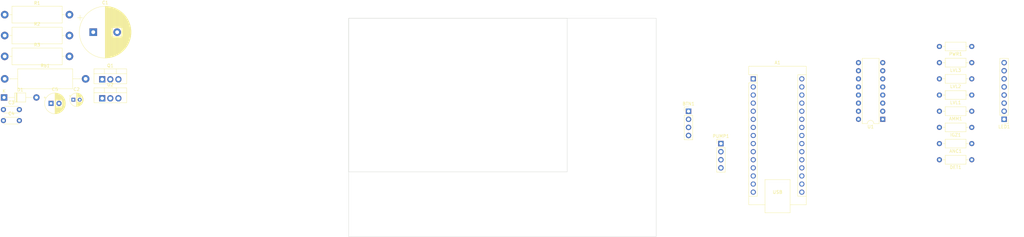
<source format=kicad_pcb>
(kicad_pcb (version 20221018) (generator pcbnew)
  (layers (0 "F.Cu" signal) (31 "B.Cu" signal) (34 "B.Paste" user) (35 "F.Paste" user) (36 "B.SilkS" user "B.Silkscreen") (37 "F.SilkS" user "F.Silkscreen") (38 "B.Mask" user) (39 "F.Mask" user) (44 "Edge.Cuts" user))
  (net 0 "")
  (net 4 "GND")
  (net 5 "Net-(A1-D2)")
  (net 6 "Net-(A1-D3)")
  (net 7 "Net-(A1-D4)")
  (net 8 "Net-(A1-D5)")
  (net 9 "Net-(A1-D6)")
  (net 10 "Net-(A1-D7)")
  (net 11 "Net-(A1-D8)")
  (net 12 "Net-(A1-D9)")
  (net 23 "Net-(A1-A4)")
  (net 24 "Net-(A1-A5)")
  (net 25 "Net-(A1-A6)")
  (net 29 "+9V")
  (net 30 "Net-(LED1-Pin_4)")
  (net 31 "Net-(U1-QD)")
  (net 32 "Net-(LED1-Pin_2)")
  (net 33 "Net-(U1-QB)")
  (net 34 "Net-(LED1-Pin_1)")
  (net 35 "Net-(U1-QA)")
  (net 36 "Net-(LED1-Pin_3)")
  (net 37 "Net-(U1-QC)")
  (net 38 "Net-(LED1-Pin_5)")
  (net 39 "Net-(LED1-Pin_6)")
  (net 40 "Net-(LED1-Pin_7)")
  (net 41 "Net-(LED1-Pin_8)")
  (net 42 "Net-(U1-QE)")
  (net 43 "Net-(U1-QF)")
  (net 44 "Net-(U1-QG)")
  (net 45 "Net-(U1-QH)")
  (net 47 "+5V")
  (net 48 "+12V")
  (net 49 "Net-(Q1-B)")
  (net 50 "Net-(R1-Pad2)")
  (net 51 "Net-(R2-Pad2)")
  (footprint "Package_TO_SOT_THT:TO-220-3_Vertical" (layer "F.Cu") (at -49.4 49.68)
    (fp_text reference "Q1" (at 2.54 -4.27) (layer "F.SilkS"))
    (fp_text value "TIP42")
    (pad "1" thru_hole rect (at 0 0) (size 1.905 2) (drill 1.1) (layers "*.Cu" "*.Mask") (net 49 "Net-(Q1-B)"))
    (pad "2" thru_hole oval (at 2.54 0) (size 1.905 2) (drill 1.1) (layers "*.Cu" "*.Mask") (net 47 "+5V"))
    (pad "3" thru_hole oval (at 5.08 0) (size 1.905 2) (drill 1.1) (layers "*.Cu" "*.Mask") (net 48 "+12V"))
  )
  (footprint "Connector_PinHeader_2.54mm:PinHeader_1x04_P2.54mm_Vertical" (layer "F.Cu") (at 144.79 69.85)
    (fp_text reference "PUMP1" (at 0 -2.33) (layer "F.SilkS"))
    (fp_text value "relay")
    (pad "1" thru_hole rect (at 0 0) (size 1.7 1.7) (drill 1) (layers "*.Cu" "*.Mask") (net 9 "Net-(A1-D6)"))
    (pad "2" thru_hole oval (at 0 2.54) (size 1.7 1.7) (drill 1) (layers "*.Cu" "*.Mask") (net 10 "Net-(A1-D7)"))
    (pad "3" thru_hole oval (at 0 5.08) (size 1.7 1.7) (drill 1) (layers "*.Cu" "*.Mask") (net 11 "Net-(A1-D8)"))
    (pad "4" thru_hole oval (at 0 7.62) (size 1.7 1.7) (drill 1) (layers "*.Cu" "*.Mask") (net 12 "Net-(A1-D9)"))
  )
  (footprint "Resistor_THT:R_Axial_DIN0617_L17.0mm_D6.0mm_P25.40mm_Horizontal" (layer "F.Cu") (at -80.01 49.53)
    (fp_text reference "Rb1" (at 12.7 -4.12) (layer "F.SilkS"))
    (fp_text value "1.5R")
    (pad "1" thru_hole circle (at 0 0) (size 2.4 2.4) (drill 1.2) (layers "*.Cu" "*.Mask") (net 48 "+12V"))
    (pad "2" thru_hole oval (at 25.4 0) (size 2.4 2.4) (drill 1.2) (layers "*.Cu" "*.Mask") (net 49 "Net-(Q1-B)"))
  )
  (footprint "Resistor_THT:R_Axial_DIN0207_L6.3mm_D2.5mm_P10.16mm_Horizontal" (layer "F.Cu") (at 223.53 54.61 180)
    (fp_text reference "LVL1" (at 5.08 -2.37) (layer "F.SilkS"))
    (fp_text value "330R")
    (pad "1" thru_hole circle (at 0 0 180) (size 1.6 1.6) (drill 0.8) (layers "*.Cu" "*.Mask") (net 38 "Net-(LED1-Pin_5)"))
    (pad "2" thru_hole oval (at 10.16 0 180) (size 1.6 1.6) (drill 0.8) (layers "*.Cu" "*.Mask") (net 42 "Net-(U1-QE)"))
  )
  (footprint "Resistor_THT:R_Axial_DIN0207_L6.3mm_D2.5mm_P10.16mm_Horizontal" (layer "F.Cu") (at 223.53 74.93 180)
    (fp_text reference "DET1" (at 5.08 -2.37) (layer "F.SilkS"))
    (fp_text value "330R")
    (pad "1" thru_hole circle (at 0 0 180) (size 1.6 1.6) (drill 0.8) (layers "*.Cu" "*.Mask") (net 34 "Net-(LED1-Pin_1)"))
    (pad "2" thru_hole oval (at 10.16 0 180) (size 1.6 1.6) (drill 0.8) (layers "*.Cu" "*.Mask") (net 35 "Net-(U1-QA)"))
  )
  (footprint "Capacitor_THT:CP_Radial_D6.3mm_P2.50mm" (layer "F.Cu") (at -65.464759 57.23)
    (fp_text reference "C5" (at 1.25 -4.4) (layer "F.SilkS"))
    (fp_text value "470uF")
    (pad "1" thru_hole rect (at 0 0) (size 1.6 1.6) (drill 0.8) (layers "*.Cu" "*.Mask") (net 47 "+5V"))
    (pad "2" thru_hole circle (at 2.5 0) (size 1.6 1.6) (drill 0.8) (layers "*.Cu" "*.Mask") (net 4 "GND"))
  )
  (footprint "Resistor_THT:R_Axial_DIN0207_L6.3mm_D2.5mm_P10.16mm_Horizontal" (layer "F.Cu") (at 223.53 64.77 180)
    (fp_text reference "IGZ1" (at 5.08 -2.37) (layer "F.SilkS"))
    (fp_text value "330R")
    (pad "1" thru_hole circle (at 0 0 180) (size 1.6 1.6) (drill 0.8) (layers "*.Cu" "*.Mask") (net 36 "Net-(LED1-Pin_3)"))
    (pad "2" thru_hole oval (at 10.16 0 180) (size 1.6 1.6) (drill 0.8) (layers "*.Cu" "*.Mask") (net 37 "Net-(U1-QC)"))
  )
  (footprint "Resistor_THT:R_Axial_DIN0516_L15.5mm_D5.0mm_P20.32mm_Horizontal" (layer "F.Cu") (at -80.01 29.38)
    (fp_text reference "R1" (at 10.16 -3.62) (layer "F.SilkS"))
    (fp_text value "10R")
    (pad "1" thru_hole circle (at 0 0) (size 2.4 2.4) (drill 1.2) (layers "*.Cu" "*.Mask") (net 48 "+12V"))
    (pad "2" thru_hole oval (at 20.32 0) (size 2.4 2.4) (drill 1.2) (layers "*.Cu" "*.Mask") (net 50 "Net-(R1-Pad2)"))
  )
  (footprint "Module:Arduino_Nano" (layer "F.Cu") (at 154.95 49.53)
    (fp_text reference "A1" (at 7.62 -5.08) (layer "F.SilkS"))
    (fp_text value "Arduino_Nano_v3.x")
    (fp_text user "USB" (at 7.62 35.56 unlocked) (layer "F.SilkS"))
    (pad "1" thru_hole rect (at 0 0) (size 1.6 1.6) (drill 1) (layers "*.Cu" "*.Mask"))
    (pad "2" thru_hole oval (at 0 2.54) (size 1.6 1.6) (drill 1) (layers "*.Cu" "*.Mask"))
    (pad "3" thru_hole oval (at 0 5.08) (size 1.6 1.6) (drill 1) (layers "*.Cu" "*.Mask"))
    (pad "4" thru_hole oval (at 0 7.62) (size 1.6 1.6) (drill 1) (layers "*.Cu" "*.Mask") (net 4 "GND"))
    (pad "5" thru_hole oval (at 0 10.16) (size 1.6 1.6) (drill 1) (layers "*.Cu" "*.Mask") (net 5 "Net-(A1-D2)"))
    (pad "6" thru_hole oval (at 0 12.7) (size 1.6 1.6) (drill 1) (layers "*.Cu" "*.Mask") (net 6 "Net-(A1-D3)"))
    (pad "7" thru_hole oval (at 0 15.24) (size 1.6 1.6) (drill 1) (layers "*.Cu" "*.Mask") (net 7 "Net-(A1-D4)"))
    (pad "8" thru_hole oval (at 0 17.78) (size 1.6 1.6) (drill 1) (layers "*.Cu" "*.Mask") (net 8 "Net-(A1-D5)"))
    (pad "9" thru_hole oval (at 0 20.32) (size 1.6 1.6) (drill 1) (layers "*.Cu" "*.Mask") (net 9 "Net-(A1-D6)"))
    (pad "10" thru_hole oval (at 0 22.86) (size 1.6 1.6) (drill 1) (layers "*.Cu" "*.Mask") (net 10 "Net-(A1-D7)"))
    (pad "11" thru_hole oval (at 0 25.4) (size 1.6 1.6) (drill 1) (layers "*.Cu" "*.Mask") (net 11 "Net-(A1-D8)"))
    (pad "12" thru_hole oval (at 0 27.94) (size 1.6 1.6) (drill 1) (layers "*.Cu" "*.Mask") (net 12 "Net-(A1-D9)"))
    (pad "13" thru_hole oval (at 0 30.48) (size 1.6 1.6) (drill 1) (layers "*.Cu" "*.Mask"))
    (pad "14" thru_hole oval (at 0 33.02) (size 1.6 1.6) (drill 1) (layers "*.Cu" "*.Mask"))
    (pad "15" thru_hole oval (at 0 35.56) (size 1.6 1.6) (drill 1) (layers "*.Cu" "*.Mask"))
    (pad "16" thru_hole oval (at 15.24 35.56) (size 1.6 1.6) (drill 1) (layers "*.Cu" "*.Mask"))
    (pad "17" thru_hole oval (at 15.24 33.02) (size 1.6 1.6) (drill 1) (layers "*.Cu" "*.Mask"))
    (pad "18" thru_hole oval (at 15.24 30.48) (size 1.6 1.6) (drill 1) (layers "*.Cu" "*.Mask"))
    (pad "19" thru_hole oval (at 15.24 27.94) (size 1.6 1.6) (drill 1) (layers "*.Cu" "*.Mask"))
    (pad "20" thru_hole oval (at 15.24 25.4) (size 1.6 1.6) (drill 1) (layers "*.Cu" "*.Mask"))
    (pad "21" thru_hole oval (at 15.24 22.86) (size 1.6 1.6) (drill 1) (layers "*.Cu" "*.Mask"))
    (pad "22" thru_hole oval (at 15.24 20.32) (size 1.6 1.6) (drill 1) (layers "*.Cu" "*.Mask"))
    (pad "23" thru_hole oval (at 15.24 17.78) (size 1.6 1.6) (drill 1) (layers "*.Cu" "*.Mask") (net 23 "Net-(A1-A4)"))
    (pad "24" thru_hole oval (at 15.24 15.24) (size 1.6 1.6) (drill 1) (layers "*.Cu" "*.Mask") (net 24 "Net-(A1-A5)"))
    (pad "25" thru_hole oval (at 15.24 12.7) (size 1.6 1.6) (drill 1) (layers "*.Cu" "*.Mask") (net 25 "Net-(A1-A6)"))
    (pad "26" thru_hole oval (at 15.24 10.16) (size 1.6 1.6) (drill 1) (layers "*.Cu" "*.Mask"))
    (pad "27" thru_hole oval (at 15.24 7.62) (size 1.6 1.6) (drill 1) (layers "*.Cu" "*.Mask"))
    (pad "28" thru_hole oval (at 15.24 5.08) (size 1.6 1.6) (drill 1) (layers "*.Cu" "*.Mask"))
    (pad "29" thru_hole oval (at 15.24 2.54) (size 1.6 1.6) (drill 1) (layers "*.Cu" "*.Mask") (net 4 "GND"))
    (pad "30" thru_hole oval (at 15.24 0) (size 1.6 1.6) (drill 1) (layers "*.Cu" "*.Mask") (net 29 "+9V"))
  )
  (footprint "Package_DIP:DIP-16_W7.62mm" (layer "F.Cu") (at 195.59 62.23 180)
    (fp_text reference "U1" (at 3.81 -2.33) (layer "F.SilkS"))
    (fp_text value "74HC595")
    (pad "1" thru_hole rect (at 0 0 180) (size 1.6 1.6) (drill 0.8) (layers "*.Cu" "*.Mask") (net 33 "Net-(U1-QB)"))
    (pad "2" thru_hole oval (at 0 2.54 180) (size 1.6 1.6) (drill 0.8) (layers "*.Cu" "*.Mask") (net 37 "Net-(U1-QC)"))
    (pad "3" thru_hole oval (at 0 5.08 180) (size 1.6 1.6) (drill 0.8) (layers "*.Cu" "*.Mask") (net 31 "Net-(U1-QD)"))
    (pad "4" thru_hole oval (at 0 7.62 180) (size 1.6 1.6) (drill 0.8) (layers "*.Cu" "*.Mask") (net 42 "Net-(U1-QE)"))
    (pad "5" thru_hole oval (at 0 10.16 180) (size 1.6 1.6) (drill 0.8) (layers "*.Cu" "*.Mask") (net 43 "Net-(U1-QF)"))
    (pad "6" thru_hole oval (at 0 12.7 180) (size 1.6 1.6) (drill 0.8) (layers "*.Cu" "*.Mask") (net 44 "Net-(U1-QG)"))
    (pad "7" thru_hole oval (at 0 15.24 180) (size 1.6 1.6) (drill 0.8) (layers "*.Cu" "*.Mask") (net 45 "Net-(U1-QH)"))
    (pad "8" thru_hole oval (at 0 17.78 180) (size 1.6 1.6) (drill 0.8) (layers "*.Cu" "*.Mask") (net 4 "GND"))
    (pad "9" thru_hole oval (at 7.62 17.78 180) (size 1.6 1.6) (drill 0.8) (layers "*.Cu" "*.Mask"))
    (pad "10" thru_hole oval (at 7.62 15.24 180) (size 1.6 1.6) (drill 0.8) (layers "*.Cu" "*.Mask") (net 47 "+5V"))
    (pad "11" thru_hole oval (at 7.62 12.7 180) (size 1.6 1.6) (drill 0.8) (layers "*.Cu" "*.Mask") (net 24 "Net-(A1-A5)"))
    (pad "12" thru_hole oval (at 7.62 10.16 180) (size 1.6 1.6) (drill 0.8) (layers "*.Cu" "*.Mask") (net 25 "Net-(A1-A6)"))
    (pad "13" thru_hole oval (at 7.62 7.62 180) (size 1.6 1.6) (drill 0.8) (layers "*.Cu" "*.Mask") (net 4 "GND"))
    (pad "14" thru_hole oval (at 7.62 5.08 180) (size 1.6 1.6) (drill 0.8) (layers "*.Cu" "*.Mask") (net 23 "Net-(A1-A4)"))
    (pad "15" thru_hole oval (at 7.62 2.54 180) (size 1.6 1.6) (drill 0.8) (layers "*.Cu" "*.Mask") (net 35 "Net-(U1-QA)"))
    (pad "16" thru_hole oval (at 7.62 0 180) (size 1.6 1.6) (drill 0.8) (layers "*.Cu" "*.Mask") (net 47 "+5V"))
  )
  (footprint "Diode_THT:D_T-1_P10.16mm_Horizontal" (layer "F.Cu") (at -80.21 55.38)
    (fp_text reference "D1" (at 5.08 -2.42) (layer "F.SilkS"))
    (fp_text value "9V1")
    (fp_text user "K" (at 0 -2) (layer "F.SilkS"))
    (pad "1" thru_hole rect (at 0 0) (size 2 2) (drill 1) (layers "*.Cu" "*.Mask") (net 29 "+9V"))
    (pad "2" thru_hole oval (at 10.16 0) (size 2 2) (drill 1) (layers "*.Cu" "*.Mask") (net 4 "GND"))
  )
  (footprint "Capacitor_THT:CP_Radial_D4.0mm_P2.00mm" (layer "F.Cu") (at -58.465199 56.08)
    (fp_text reference "C2" (at 1 -3.25) (layer "F.SilkS"))
    (fp_text value "330pF")
    (pad "1" thru_hole rect (at 0 0) (size 1.2 1.2) (drill 0.6) (layers "*.Cu" "*.Mask") (net 49 "Net-(Q1-B)"))
    (pad "2" thru_hole circle (at 2 0) (size 1.2 1.2) (drill 0.6) (layers "*.Cu" "*.Mask") (net 4 "GND"))
  )
  (footprint "Resistor_THT:R_Axial_DIN0207_L6.3mm_D2.5mm_P10.16mm_Horizontal" (layer "F.Cu") (at 223.53 49.53 180)
    (fp_text reference "LVL2" (at 5.08 -2.37) (layer "F.SilkS"))
    (fp_text value "330R")
    (pad "1" thru_hole circle (at 0 0 180) (size 1.6 1.6) (drill 0.8) (layers "*.Cu" "*.Mask") (net 39 "Net-(LED1-Pin_6)"))
    (pad "2" thru_hole oval (at 10.16 0 180) (size 1.6 1.6) (drill 0.8) (layers "*.Cu" "*.Mask") (net 43 "Net-(U1-QF)"))
  )
  (footprint "Resistor_THT:R_Axial_DIN0207_L6.3mm_D2.5mm_P10.16mm_Horizontal" (layer "F.Cu") (at 223.53 59.69 180)
    (fp_text reference "AMM1" (at 5.08 -2.37) (layer "F.SilkS"))
    (fp_text value "330R")
    (pad "1" thru_hole circle (at 0 0 180) (size 1.6 1.6) (drill 0.8) (layers "*.Cu" "*.Mask") (net 30 "Net-(LED1-Pin_4)"))
    (pad "2" thru_hole oval (at 10.16 0 180) (size 1.6 1.6) (drill 0.8) (layers "*.Cu" "*.Mask") (net 31 "Net-(U1-QD)"))
  )
  (footprint "Package_TO_SOT_THT:TO-220-3_Vertical" (layer "F.Cu") (at -49.4 55.64)
    (fp_text reference "U2" (at 2.54 -4.27) (layer "F.SilkS"))
    (fp_text value "LM7805_TO220")
    (pad "1" thru_hole rect (at 0 0) (size 1.905 2) (drill 1.1) (layers "*.Cu" "*.Mask") (net 49 "Net-(Q1-B)"))
    (pad "2" thru_hole oval (at 2.54 0) (size 1.905 2) (drill 1.1) (layers "*.Cu" "*.Mask") (net 4 "GND"))
    (pad "3" thru_hole oval (at 5.08 0) (size 1.905 2) (drill 1.1) (layers "*.Cu" "*.Mask") (net 47 "+5V"))
  )
  (footprint "Resistor_THT:R_Axial_DIN0516_L15.5mm_D5.0mm_P20.32mm_Horizontal" (layer "F.Cu") (at -80.01 42.48)
    (fp_text reference "R3" (at 10.16 -3.62) (layer "F.SilkS"))
    (fp_text value "10R")
    (pad "1" thru_hole circle (at 0 0) (size 2.4 2.4) (drill 1.2) (layers "*.Cu" "*.Mask") (net 51 "Net-(R2-Pad2)"))
    (pad "2" thru_hole oval (at 20.32 0) (size 2.4 2.4) (drill 1.2) (layers "*.Cu" "*.Mask") (net 29 "+9V"))
  )
  (footprint "Resistor_THT:R_Axial_DIN0516_L15.5mm_D5.0mm_P20.32mm_Horizontal" (layer "F.Cu") (at -80.01 35.93)
    (fp_text reference "R2" (at 10.16 -3.62) (layer "F.SilkS"))
    (fp_text value "10R")
    (pad "1" thru_hole circle (at 0 0) (size 2.4 2.4) (drill 1.2) (layers "*.Cu" "*.Mask") (net 50 "Net-(R1-Pad2)"))
    (pad "2" thru_hole oval (at 20.32 0) (size 2.4 2.4) (drill 1.2) (layers "*.Cu" "*.Mask") (net 51 "Net-(R2-Pad2)"))
  )
  (footprint "Capacitor_THT:C_Disc_D4.3mm_W1.9mm_P5.00mm" (layer "F.Cu") (at -80.41 59.18)
    (fp_text reference "C3" (at 2.5 -2.2) (layer "F.SilkS"))
    (fp_text value "100pF")
    (pad "1" thru_hole circle (at 0 0) (size 1.6 1.6) (drill 0.8) (layers "*.Cu" "*.Mask") (net 29 "+9V"))
    (pad "2" thru_hole circle (at 5 0) (size 1.6 1.6) (drill 0.8) (layers "*.Cu" "*.Mask") (net 4 "GND"))
  )
  (footprint "Connector_PinHeader_2.54mm:PinHeader_1x04_P2.54mm_Vertical" (layer "F.Cu") (at 134.63 59.69)
    (fp_text reference "BTN1" (at 0 -2.33) (layer "F.SilkS"))
    (fp_text value "buttons")
    (pad "1" thru_hole rect (at 0 0) (size 1.7 1.7) (drill 1) (layers "*.Cu" "*.Mask") (net 5 "Net-(A1-D2)"))
    (pad "2" thru_hole oval (at 0 2.54) (size 1.7 1.7) (drill 1) (layers "*.Cu" "*.Mask") (net 6 "Net-(A1-D3)"))
    (pad "3" thru_hole oval (at 0 5.08) (size 1.7 1.7) (drill 1) (layers "*.Cu" "*.Mask") (net 7 "Net-(A1-D4)"))
    (pad "4" thru_hole oval (at 0 7.62) (size 1.7 1.7) (drill 1) (layers "*.Cu" "*.Mask") (net 8 "Net-(A1-D5)"))
  )
  (footprint "Connector_PinHeader_2.54mm:PinHeader_1x08_P2.54mm_Vertical" (layer "F.Cu") (at 233.69 62.23 180)
    (fp_text reference "LED1" (at 0 -2.33) (layer "F.SilkS"))
    (fp_text value "Conn_01x08_Pin")
    (pad "1" thru_hole rect (at 0 0 180) (size 1.7 1.7) (drill 1) (layers "*.Cu" "*.Mask") (net 34 "Net-(LED1-Pin_1)"))
    (pad "2" thru_hole oval (at 0 2.54 180) (size 1.7 1.7) (drill 1) (layers "*.Cu" "*.Mask") (net 32 "Net-(LED1-Pin_2)"))
    (pad "3" thru_hole oval (at 0 5.08 180) (size 1.7 1.7) (drill 1) (layers "*.Cu" "*.Mask") (net 36 "Net-(LED1-Pin_3)"))
    (pad "4" thru_hole oval (at 0 7.62 180) (size 1.7 1.7) (drill 1) (layers "*.Cu" "*.Mask") (net 30 "Net-(LED1-Pin_4)"))
    (pad "5" thru_hole oval (at 0 10.16 180) (size 1.7 1.7) (drill 1) (layers "*.Cu" "*.Mask") (net 38 "Net-(LED1-Pin_5)"))
    (pad "6" thru_hole oval (at 0 12.7 180) (size 1.7 1.7) (drill 1) (layers "*.Cu" "*.Mask") (net 39 "Net-(LED1-Pin_6)"))
    (pad "7" thru_hole oval (at 0 15.24 180) (size 1.7 1.7) (drill 1) (layers "*.Cu" "*.Mask") (net 40 "Net-(LED1-Pin_7)"))
    (pad "8" thru_hole oval (at 0 17.78 180) (size 1.7 1.7) (drill 1) (layers "*.Cu" "*.Mask") (net 41 "Net-(LED1-Pin_8)"))
  )
  (footprint "Capacitor_THT:CP_Radial_D16.0mm_P7.50mm" (layer "F.Cu") (at -52.215509 34.88)
    (fp_text reference "C1" (at 3.75 -9.25) (layer "F.SilkS"))
    (fp_text value "1000uF")
    (pad "1" thru_hole rect (at 0 0) (size 2.4 2.4) (drill 1.2) (layers "*.Cu" "*.Mask") (net 48 "+12V"))
    (pad "2" thru_hole circle (at 7.5 0) (size 2.4 2.4) (drill 1.2) (layers "*.Cu" "*.Mask") (net 4 "GND"))
  )
  (footprint "Resistor_THT:R_Axial_DIN0207_L6.3mm_D2.5mm_P10.16mm_Horizontal" (layer "F.Cu") (at 223.53 39.37 180)
    (fp_text reference "PWR1" (at 5.08 -2.37) (layer "F.SilkS"))
    (fp_text value "330R")
    (pad "1" thru_hole circle (at 0 0 180) (size 1.6 1.6) (drill 0.8) (layers "*.Cu" "*.Mask") (net 41 "Net-(LED1-Pin_8)"))
    (pad "2" thru_hole oval (at 10.16 0 180) (size 1.6 1.6) (drill 0.8) (layers "*.Cu" "*.Mask") (net 45 "Net-(U1-QH)"))
  )
  (footprint "Resistor_THT:R_Axial_DIN0207_L6.3mm_D2.5mm_P10.16mm_Horizontal" (layer "F.Cu") (at 223.53 44.45 180)
    (fp_text reference "LVL3" (at 5.08 -2.37) (layer "F.SilkS"))
    (fp_text value "330R")
    (pad "1" thru_hole circle (at 0 0 180) (size 1.6 1.6) (drill 0.8) (layers "*.Cu" "*.Mask") (net 40 "Net-(LED1-Pin_7)"))
    (pad "2" thru_hole oval (at 10.16 0 180) (size 1.6 1.6) (drill 0.8) (layers "*.Cu" "*.Mask") (net 44 "Net-(U1-QG)"))
  )
  (footprint "Resistor_THT:R_Axial_DIN0207_L6.3mm_D2.5mm_P10.16mm_Horizontal" (layer "F.Cu") (at 223.53 69.85 180)
    (fp_text reference "ANC1" (at 5.08 -2.37) (layer "F.SilkS"))
    (fp_text value "330R")
    (pad "1" thru_hole circle (at 0 0 180) (size 1.6 1.6) (drill 0.8) (layers "*.Cu" "*.Mask") (net 32 "Net-(LED1-Pin_2)"))
    (pad "2" thru_hole oval (at 10.16 0 180) (size 1.6 1.6) (drill 0.8) (layers "*.Cu" "*.Mask") (net 33 "Net-(U1-QB)"))
  )
  (footprint "Capacitor_THT:C_Disc_D4.3mm_W1.9mm_P5.00mm" (layer "F.Cu") (at -80.41 62.63)
    (fp_text reference "C4" (at 2.5 -2.2) (layer "F.SilkS"))
    (fp_text value "100pF")
    (pad "1" thru_hole circle (at 0 0) (size 1.6 1.6) (drill 0.8) (layers "*.Cu" "*.Mask") (net 47 "+5V"))
    (pad "2" thru_hole circle (at 5 0) (size 1.6 1.6) (drill 0.8) (layers "*.Cu" "*.Mask") (net 4 "GND"))
  )
  (gr_rect locked (start 27.94 30.48) (end 124.46 99.06) (stroke (width 0.1)) (fill none) (layer "Edge.Cuts"))
  (gr_rect locked (start 27.94 30.48) (end 96.52 78.74) (stroke (width 0.1)) (fill none) (layer "Edge.Cuts"))
)
</source>
